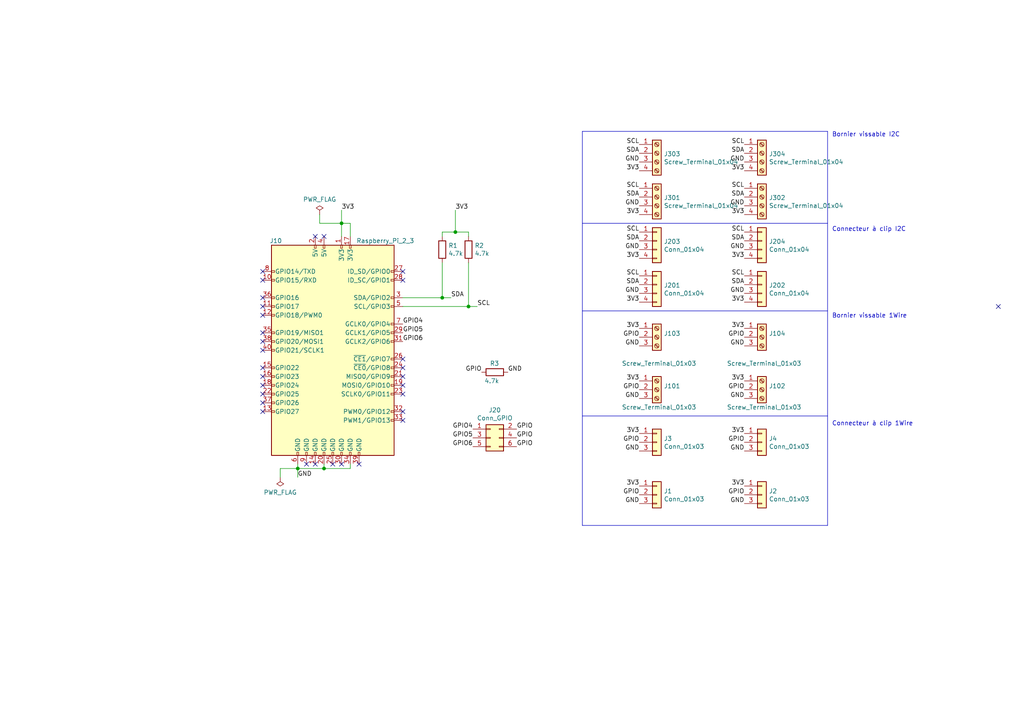
<source format=kicad_sch>
(kicad_sch (version 20230121) (generator eeschema)
  (paper "A4")
  (title_block (title "PCB carte  OneWire IC2 ") (date "2023-12-11") (company "Cégep de Sherbrooke") (comment 1 "Auteur : Antoine Crête") (comment 2 "Tente CRIFA") (comment 3 "Réutilisation de la même carte pour nouveau Projet"))
  (lib_symbols
    (symbol "Connector:Raspberry_Pi_2_3" (pin_names (offset 1.016))
      (property "Reference" "J" (at -17.78 31.75 0))
      (property "Value" "Raspberry_Pi_2_3" (at 10.16 -31.75 0))
      (symbol "Raspberry_Pi_2_3_0_1"
        (rectangle (start -17.78 30.48) (end 17.78 -30.48) (stroke (width 0.254)) (fill (type background)))
      )
      (symbol "Raspberry_Pi_2_3_1_1"
        (rectangle (start -16.891 -17.526) (end -17.78 -18.034))
        (rectangle (start -16.891 -14.986) (end -17.78 -15.494))
        (rectangle (start -16.891 -12.446) (end -17.78 -12.954))
        (rectangle (start -16.891 -9.906) (end -17.78 -10.414))
        (rectangle (start -16.891 -7.366) (end -17.78 -7.874))
        (rectangle (start -16.891 -4.826) (end -17.78 -5.334))
        (rectangle (start -16.891 0.254) (end -17.78 -0.254))
        (rectangle (start -16.891 2.794) (end -17.78 2.286))
        (rectangle (start -16.891 5.334) (end -17.78 4.826))
        (rectangle (start -16.891 10.414) (end -17.78 9.906))
        (rectangle (start -16.891 12.954) (end -17.78 12.446))
        (rectangle (start -16.891 15.494) (end -17.78 14.986))
        (rectangle (start -16.891 20.574) (end -17.78 20.066))
        (rectangle (start -16.891 23.114) (end -17.78 22.606))
        (rectangle (start -10.414 -29.591) (end -9.906 -30.48))
        (rectangle (start -7.874 -29.591) (end -7.366 -30.48))
        (rectangle (start -5.334 -29.591) (end -4.826 -30.48))
        (rectangle (start -5.334 30.48) (end -4.826 29.591))
        (rectangle (start -2.794 -29.591) (end -2.286 -30.48))
        (rectangle (start -2.794 30.48) (end -2.286 29.591))
        (rectangle (start -0.254 -29.591) (end 0.254 -30.48))
        (rectangle (start 2.286 -29.591) (end 2.794 -30.48))
        (rectangle (start 2.286 30.48) (end 2.794 29.591))
        (rectangle (start 4.826 -29.591) (end 5.334 -30.48))
        (rectangle (start 4.826 30.48) (end 5.334 29.591))
        (rectangle (start 7.366 -29.591) (end 7.874 -30.48))
        (rectangle (start 17.78 -20.066) (end 16.891 -20.574))
        (rectangle (start 17.78 -17.526) (end 16.891 -18.034))
        (rectangle (start 17.78 -12.446) (end 16.891 -12.954))
        (rectangle (start 17.78 -9.906) (end 16.891 -10.414))
        (rectangle (start 17.78 -7.366) (end 16.891 -7.874))
        (rectangle (start 17.78 -4.826) (end 16.891 -5.334))
        (rectangle (start 17.78 -2.286) (end 16.891 -2.794))
        (rectangle (start 17.78 2.794) (end 16.891 2.286))
        (rectangle (start 17.78 5.334) (end 16.891 4.826))
        (rectangle (start 17.78 7.874) (end 16.891 7.366))
        (rectangle (start 17.78 12.954) (end 16.891 12.446))
        (rectangle (start 17.78 15.494) (end 16.891 14.986))
        (rectangle (start 17.78 20.574) (end 16.891 20.066))
        (rectangle (start 17.78 23.114) (end 16.891 22.606))
        (pin power_in line (at 2.54 33.02 270) (length 2.54) (name "3V3") (number "1"))
        (pin bidirectional line (at -20.32 20.32 0) (length 2.54) (name "GPIO15/RXD") (number "10"))
        (pin bidirectional line (at -20.32 12.7 0) (length 2.54) (name "GPIO17") (number "11"))
        (pin bidirectional line (at -20.32 10.16 0) (length 2.54) (name "GPIO18/PWM0") (number "12"))
        (pin bidirectional line (at -20.32 -17.78 0) (length 2.54) (name "GPIO27") (number "13"))
        (pin power_in line (at -5.08 -33.02 90) (length 2.54) (name "GND") (number "14"))
        (pin bidirectional line (at -20.32 -5.08 0) (length 2.54) (name "GPIO22") (number "15"))
        (pin bidirectional line (at -20.32 -7.62 0) (length 2.54) (name "GPIO23") (number "16"))
        (pin power_in line (at 5.08 33.02 270) (length 2.54) (name "3V3") (number "17"))
        (pin bidirectional line (at -20.32 -10.16 0) (length 2.54) (name "GPIO24") (number "18"))
        (pin bidirectional line (at 20.32 -10.16 180) (length 2.54) (name "MOSI0/GPIO10") (number "19"))
        (pin power_in line (at -5.08 33.02 270) (length 2.54) (name "5V") (number "2"))
        (pin power_in line (at -2.54 -33.02 90) (length 2.54) (name "GND") (number "20"))
        (pin bidirectional line (at 20.32 -7.62 180) (length 2.54) (name "MISO0/GPIO9") (number "21"))
        (pin bidirectional line (at -20.32 -12.7 0) (length 2.54) (name "GPIO25") (number "22"))
        (pin bidirectional line (at 20.32 -12.7 180) (length 2.54) (name "SCLK0/GPIO11") (number "23"))
        (pin bidirectional line (at 20.32 -5.08 180) (length 2.54) (name "~{CE0}/GPIO8") (number "24"))
        (pin power_in line (at 0 -33.02 90) (length 2.54) (name "GND") (number "25"))
        (pin bidirectional line (at 20.32 -2.54 180) (length 2.54) (name "~{CE1}/GPIO7") (number "26"))
        (pin bidirectional line (at 20.32 22.86 180) (length 2.54) (name "ID_SD/GPIO0") (number "27"))
        (pin bidirectional line (at 20.32 20.32 180) (length 2.54) (name "ID_SC/GPIO1") (number "28"))
        (pin bidirectional line (at 20.32 5.08 180) (length 2.54) (name "GCLK1/GPIO5") (number "29"))
        (pin bidirectional line (at 20.32 15.24 180) (length 2.54) (name "SDA/GPIO2") (number "3"))
        (pin power_in line (at 2.54 -33.02 90) (length 2.54) (name "GND") (number "30"))
        (pin bidirectional line (at 20.32 2.54 180) (length 2.54) (name "GCLK2/GPIO6") (number "31"))
        (pin bidirectional line (at 20.32 -17.78 180) (length 2.54) (name "PWM0/GPIO12") (number "32"))
        (pin bidirectional line (at 20.32 -20.32 180) (length 2.54) (name "PWM1/GPIO13") (number "33"))
        (pin power_in line (at 5.08 -33.02 90) (length 2.54) (name "GND") (number "34"))
        (pin bidirectional line (at -20.32 5.08 0) (length 2.54) (name "GPIO19/MISO1") (number "35"))
        (pin bidirectional line (at -20.32 15.24 0) (length 2.54) (name "GPIO16") (number "36"))
        (pin bidirectional line (at -20.32 -15.24 0) (length 2.54) (name "GPIO26") (number "37"))
        (pin bidirectional line (at -20.32 2.54 0) (length 2.54) (name "GPIO20/MOSI1") (number "38"))
        (pin power_in line (at 7.62 -33.02 90) (length 2.54) (name "GND") (number "39"))
        (pin power_in line (at -2.54 33.02 270) (length 2.54) (name "5V") (number "4"))
        (pin bidirectional line (at -20.32 0 0) (length 2.54) (name "GPIO21/SCLK1") (number "40"))
        (pin bidirectional line (at 20.32 12.7 180) (length 2.54) (name "SCL/GPIO3") (number "5"))
        (pin power_in line (at -10.16 -33.02 90) (length 2.54) (name "GND") (number "6"))
        (pin bidirectional line (at 20.32 7.62 180) (length 2.54) (name "GCLK0/GPIO4") (number "7"))
        (pin bidirectional line (at -20.32 22.86 0) (length 2.54) (name "GPIO14/TXD") (number "8"))
        (pin power_in line (at -7.62 -33.02 90) (length 2.54) (name "GND") (number "9"))
      )
    )
    (symbol "Connector:Screw_Terminal_01x03" (pin_names (offset 1.016) hide)
      (property "Reference" "J" (at 0 5.08 0))
      (property "Value" "Screw_Terminal_01x03" (at 0 -5.08 0))
      (symbol "Screw_Terminal_01x03_1_1"
        (rectangle (start -1.27 3.81) (end 1.27 -3.81) (stroke (width 0.254)) (fill (type background)))
        (circle (center 0 -2.54) (radius 0.635) (stroke (width 0.1524)))
        (polyline (pts (xy -0.5334 -2.2098) (xy 0.3302 -3.048)) (stroke (width 0.1524)))
        (polyline (pts (xy -0.5334 0.3302) (xy 0.3302 -0.508)) (stroke (width 0.1524)))
        (polyline (pts (xy -0.5334 2.8702) (xy 0.3302 2.032)) (stroke (width 0.1524)))
        (polyline (pts (xy -0.3556 -2.032) (xy 0.508 -2.8702)) (stroke (width 0.1524)))
        (polyline (pts (xy -0.3556 0.508) (xy 0.508 -0.3302)) (stroke (width 0.1524)))
        (polyline (pts (xy -0.3556 3.048) (xy 0.508 2.2098)) (stroke (width 0.1524)))
        (circle (center 0 0) (radius 0.635) (stroke (width 0.1524)))
        (circle (center 0 2.54) (radius 0.635) (stroke (width 0.1524)))
        (pin passive line (at -5.08 2.54 0) (length 3.81) (name "Pin_1") (number "1"))
        (pin passive line (at -5.08 0 0) (length 3.81) (name "Pin_2") (number "2"))
        (pin passive line (at -5.08 -2.54 0) (length 3.81) (name "Pin_3") (number "3"))
      )
    )
    (symbol "Connector:Screw_Terminal_01x04" (pin_names (offset 1.016) hide)
      (property "Reference" "J" (at 0 5.08 0))
      (property "Value" "Screw_Terminal_01x04" (at 0 -7.62 0))
      (symbol "Screw_Terminal_01x04_1_1"
        (rectangle (start -1.27 3.81) (end 1.27 -6.35) (stroke (width 0.254)) (fill (type background)))
        (circle (center 0 -5.08) (radius 0.635) (stroke (width 0.1524)))
        (circle (center 0 -2.54) (radius 0.635) (stroke (width 0.1524)))
        (polyline (pts (xy -0.5334 -4.7498) (xy 0.3302 -5.588)) (stroke (width 0.1524)))
        (polyline (pts (xy -0.5334 -2.2098) (xy 0.3302 -3.048)) (stroke (width 0.1524)))
        (polyline (pts (xy -0.5334 0.3302) (xy 0.3302 -0.508)) (stroke (width 0.1524)))
        (polyline (pts (xy -0.5334 2.8702) (xy 0.3302 2.032)) (stroke (width 0.1524)))
        (polyline (pts (xy -0.3556 -4.572) (xy 0.508 -5.4102)) (stroke (width 0.1524)))
        (polyline (pts (xy -0.3556 -2.032) (xy 0.508 -2.8702)) (stroke (width 0.1524)))
        (polyline (pts (xy -0.3556 0.508) (xy 0.508 -0.3302)) (stroke (width 0.1524)))
        (polyline (pts (xy -0.3556 3.048) (xy 0.508 2.2098)) (stroke (width 0.1524)))
        (circle (center 0 0) (radius 0.635) (stroke (width 0.1524)))
        (circle (center 0 2.54) (radius 0.635) (stroke (width 0.1524)))
        (pin passive line (at -5.08 2.54 0) (length 3.81) (name "Pin_1") (number "1"))
        (pin passive line (at -5.08 0 0) (length 3.81) (name "Pin_2") (number "2"))
        (pin passive line (at -5.08 -2.54 0) (length 3.81) (name "Pin_3") (number "3"))
        (pin passive line (at -5.08 -5.08 0) (length 3.81) (name "Pin_4") (number "4"))
      )
    )
    (symbol "Connector_Generic:Conn_01x03" (pin_names (offset 1.016) hide)
      (property "Reference" "J" (at 0 5.08 0))
      (property "Value" "Conn_01x03" (at 0 -5.08 0))
      (symbol "Conn_01x03_1_1"
        (rectangle (start -1.27 -2.413) (end 0 -2.667) (stroke (width 0.1524)))
        (rectangle (start -1.27 0.127) (end 0 -0.127) (stroke (width 0.1524)))
        (rectangle (start -1.27 2.667) (end 0 2.413) (stroke (width 0.1524)))
        (rectangle (start -1.27 3.81) (end 1.27 -3.81) (stroke (width 0.254)) (fill (type background)))
        (pin passive line (at -5.08 2.54 0) (length 3.81) (name "Pin_1") (number "1"))
        (pin passive line (at -5.08 0 0) (length 3.81) (name "Pin_2") (number "2"))
        (pin passive line (at -5.08 -2.54 0) (length 3.81) (name "Pin_3") (number "3"))
      )
    )
    (symbol "Connector_Generic:Conn_01x04" (pin_names (offset 1.016) hide)
      (property "Reference" "J" (at 0 5.08 0))
      (property "Value" "Conn_01x04" (at 0 -7.62 0))
      (symbol "Conn_01x04_1_1"
        (rectangle (start -1.27 -4.953) (end 0 -5.207) (stroke (width 0.1524)))
        (rectangle (start -1.27 -2.413) (end 0 -2.667) (stroke (width 0.1524)))
        (rectangle (start -1.27 0.127) (end 0 -0.127) (stroke (width 0.1524)))
        (rectangle (start -1.27 2.667) (end 0 2.413) (stroke (width 0.1524)))
        (rectangle (start -1.27 3.81) (end 1.27 -6.35) (stroke (width 0.254)) (fill (type background)))
        (pin passive line (at -5.08 2.54 0) (length 3.81) (name "Pin_1") (number "1"))
        (pin passive line (at -5.08 0 0) (length 3.81) (name "Pin_2") (number "2"))
        (pin passive line (at -5.08 -2.54 0) (length 3.81) (name "Pin_3") (number "3"))
        (pin passive line (at -5.08 -5.08 0) (length 3.81) (name "Pin_4") (number "4"))
      )
    )
    (symbol "Connector_Generic:Conn_02x03_Odd_Even" (pin_names (offset 1.016) hide)
      (property "Reference" "J" (at 1.27 5.08 0))
      (property "Value" "Conn_02x03_Odd_Even" (at 1.27 -5.08 0))
      (symbol "Conn_02x03_Odd_Even_1_1"
        (rectangle (start -1.27 -2.413) (end 0 -2.667) (stroke (width 0.1524)))
        (rectangle (start -1.27 0.127) (end 0 -0.127) (stroke (width 0.1524)))
        (rectangle (start -1.27 2.667) (end 0 2.413) (stroke (width 0.1524)))
        (rectangle (start -1.27 3.81) (end 3.81 -3.81) (stroke (width 0.254)) (fill (type background)))
        (rectangle (start 3.81 -2.413) (end 2.54 -2.667) (stroke (width 0.1524)))
        (rectangle (start 3.81 0.127) (end 2.54 -0.127) (stroke (width 0.1524)))
        (rectangle (start 3.81 2.667) (end 2.54 2.413) (stroke (width 0.1524)))
        (pin passive line (at -5.08 2.54 0) (length 3.81) (name "Pin_1") (number "1"))
        (pin passive line (at 7.62 2.54 180) (length 3.81) (name "Pin_2") (number "2"))
        (pin passive line (at -5.08 0 0) (length 3.81) (name "Pin_3") (number "3"))
        (pin passive line (at 7.62 0 180) (length 3.81) (name "Pin_4") (number "4"))
        (pin passive line (at -5.08 -2.54 0) (length 3.81) (name "Pin_5") (number "5"))
        (pin passive line (at 7.62 -2.54 180) (length 3.81) (name "Pin_6") (number "6"))
      )
    )
    (symbol "Device:R" (pin_numbers hide) (pin_names (offset 0))
      (property "Reference" "R" (at 2.032 0 90))
      (property "Value" "R" (at 0 0 90))
      (symbol "R_0_1"
        (rectangle (start -1.016 -2.54) (end 1.016 2.54) (stroke (width 0.254)))
      )
      (symbol "R_1_1"
        (pin passive line (at 0 3.81 270) (length 1.27) (name "~") (number "1"))
        (pin passive line (at 0 -3.81 90) (length 1.27) (name "~") (number "2"))
      )
    )
    (symbol "power:PWR_FLAG" (power) (pin_numbers hide) (pin_names (offset 0) hide)
      (property "Value" "PWR_FLAG" (at 0 3.81 0))
      (symbol "PWR_FLAG_0_0"
        (pin power_out line (at 0 0 90) (length 0) (name "pwr") (number "1"))
      )
      (symbol "PWR_FLAG_0_1"
        (polyline (pts (xy 0 0) (xy 0 1.27) (xy -1.016 1.905) (xy 0 2.54) (xy 1.016 1.905) (xy 0 1.27)))
      )
    )
  )
  (junction (at 86.36 135.89))
  (junction (at 128.27 86.36))
  (junction (at 135.89 88.9))
  (junction (at 99.06 64.77))
  (junction (at 93.98 135.89))
  (junction (at 132.08 67.31))
  (no_connect (at 116.84 121.92))
  (no_connect (at 116.84 106.68))
  (no_connect (at 76.2 88.9))
  (no_connect (at 91.44 68.58))
  (no_connect (at 76.2 81.28))
  (no_connect (at 76.2 99.06))
  (no_connect (at 93.98 68.58))
  (no_connect (at 76.2 86.36))
  (no_connect (at 76.2 119.38))
  (no_connect (at 76.2 111.76))
  (no_connect (at 116.84 119.38))
  (no_connect (at 76.2 101.6))
  (no_connect (at 76.2 91.44))
  (no_connect (at 116.84 109.22))
  (no_connect (at 91.44 134.62))
  (no_connect (at 96.52 134.62))
  (no_connect (at 289.56 88.9))
  (no_connect (at 76.2 78.74))
  (no_connect (at 88.9 134.62))
  (no_connect (at 116.84 78.74))
  (no_connect (at 76.2 96.52))
  (no_connect (at 116.84 81.28))
  (no_connect (at 99.06 134.62))
  (no_connect (at 116.84 114.3))
  (no_connect (at 116.84 104.14))
  (no_connect (at 76.2 109.22))
  (no_connect (at 76.2 116.84))
  (no_connect (at 76.2 114.3))
  (no_connect (at 76.2 106.68))
  (no_connect (at 104.14 134.62))
  (no_connect (at 116.84 111.76))
  (polyline (pts (xy 168.91 64.77) (xy 240.03 64.77)))
  (wire (pts (xy 92.71 64.77) (xy 99.06 64.77)))
  (wire (pts (xy 99.06 68.58) (xy 99.06 64.77)))
  (wire (pts (xy 86.36 134.62) (xy 86.36 135.89)))
  (wire (pts (xy 135.89 88.9) (xy 138.43 88.9)))
  (wire (pts (xy 128.27 86.36) (xy 130.81 86.36)))
  (wire (pts (xy 81.28 138.43) (xy 81.28 135.89)))
  (wire (pts (xy 93.98 135.89) (xy 101.6 135.89)))
  (wire (pts (xy 116.84 88.9) (xy 135.89 88.9)))
  (wire (pts (xy 92.71 62.23) (xy 92.71 64.77)))
  (polyline (pts (xy 240.03 38.1) (xy 240.03 152.4)))
  (wire (pts (xy 93.98 135.89) (xy 93.98 134.62)))
  (wire (pts (xy 116.84 86.36) (xy 128.27 86.36)))
  (wire (pts (xy 128.27 86.36) (xy 128.27 76.2)))
  (wire (pts (xy 86.36 135.89) (xy 86.36 138.43)))
  (wire (pts (xy 101.6 135.89) (xy 101.6 134.62)))
  (wire (pts (xy 101.6 68.58) (xy 101.6 64.77)))
  (wire (pts (xy 135.89 67.31) (xy 132.08 67.31)))
  (wire (pts (xy 128.27 68.58) (xy 128.27 67.31)))
  (wire (pts (xy 101.6 64.77) (xy 99.06 64.77)))
  (wire (pts (xy 132.08 67.31) (xy 132.08 60.96)))
  (polyline (pts (xy 168.91 152.4) (xy 168.91 38.1)))
  (wire (pts (xy 128.27 67.31) (xy 132.08 67.31)))
  (polyline (pts (xy 168.91 90.17) (xy 240.03 90.17)))
  (wire (pts (xy 99.06 60.96) (xy 99.06 64.77)))
  (wire (pts (xy 86.36 135.89) (xy 93.98 135.89)))
  (polyline (pts (xy 168.91 38.1) (xy 240.03 38.1)))
  (wire (pts (xy 135.89 88.9) (xy 135.89 76.2)))
  (wire (pts (xy 135.89 68.58) (xy 135.89 67.31)))
  (wire (pts (xy 81.28 135.89) (xy 86.36 135.89)))
  (polyline (pts (xy 168.91 152.4) (xy 240.03 152.4)))
  (polyline (pts (xy 168.91 120.65) (xy 240.03 120.65)))
  (text "Bornier vissable 1Wire\n\n\n" (at 241.3 96.52 0) (effects (font (size 1.27 1.27)) (justify left bottom)))
  (text "Connecteur à clip 1Wire\n\n" (at 241.3 125.73 0) (effects (font (size 1.27 1.27)) (justify left bottom)))
  (text "Bornier vissable I2C\n\n" (at 241.3 41.91 0) (effects (font (size 1.27 1.27)) (justify left bottom)))
  (text "Connecteur à clip I2C\n" (at 241.3 67.31 0) (effects (font (size 1.27 1.27)) (justify left bottom)))
  (label "GPIO4" (at 137.16 124.46 180))
  (label "GPIO" (at 185.42 97.79 180))
  (label "3V3" (at 215.9 95.25 180))
  (label "SCL" (at 215.9 80.01 180))
  (label "SCL" (at 215.9 67.31 180))
  (label "SDA" (at 185.42 57.15 180))
  (label "3V3" (at 215.9 74.93 180))
  (label "SDA" (at 215.9 57.15 180))
  (label "SCL" (at 215.9 41.91 180))
  (label "SCL" (at 185.42 80.01 180))
  (label "3V3" (at 185.42 87.63 180))
  (label "SCL" (at 215.9 54.61 180))
  (label "GND" (at 185.42 146.05 180))
  (label "SCL" (at 185.42 41.91 180))
  (label "GPIO" (at 185.42 143.51 180))
  (label "GPIO5" (at 116.84 96.52 0))
  (label "3V3" (at 215.9 49.53 180))
  (label "GPIO4" (at 116.84 93.98 0))
  (label "GND" (at 215.9 72.39 180))
  (label "GPIO5" (at 137.16 127 180))
  (label "SCL" (at 185.42 54.61 180))
  (label "GND" (at 215.9 46.99 180))
  (label "GND" (at 185.42 72.39 180))
  (label "GND" (at 185.42 115.57 180))
  (label "SDA" (at 185.42 69.85 180))
  (label "GPIO" (at 215.9 128.27 180))
  (label "SDA" (at 185.42 44.45 180))
  (label "SDA" (at 215.9 82.55 180))
  (label "3V3" (at 185.42 110.49 180))
  (label "3V3" (at 215.9 125.73 180))
  (label "GPIO" (at 215.9 113.03 180))
  (label "3V3" (at 185.42 74.93 180))
  (label "GPIO" (at 185.42 128.27 180))
  (label "3V3" (at 185.42 62.23 180))
  (label "GPIO" (at 215.9 97.79 180))
  (label "GPIO" (at 185.42 113.03 180))
  (label "GND" (at 215.9 59.69 180))
  (label "GND" (at 215.9 85.09 180))
  (label "SCL" (at 138.43 88.9 0))
  (label "GND" (at 185.42 46.99 180))
  (label "GND" (at 147.32 107.95 0))
  (label "GND" (at 185.42 85.09 180))
  (label "GPIO6" (at 137.16 129.54 180))
  (label "GPIO" (at 139.7 107.95 180))
  (label "3V3" (at 185.42 140.97 180))
  (label "SDA" (at 185.42 82.55 180))
  (label "GPIO" (at 149.86 129.54 0))
  (label "GPIO" (at 149.86 127 0))
  (label "3V3" (at 185.42 125.73 180))
  (label "GND" (at 86.36 138.43 0))
  (label "3V3" (at 132.08 60.96 0))
  (label "GND" (at 215.9 115.57 180))
  (label "SDA" (at 215.9 44.45 180))
  (label "3V3" (at 185.42 95.25 180))
  (label "3V3" (at 215.9 62.23 180))
  (label "GND" (at 215.9 100.33 180))
  (label "SDA" (at 130.81 86.36 0))
  (label "3V3" (at 215.9 110.49 180))
  (label "GND" (at 215.9 146.05 180))
  (label "3V3" (at 215.9 140.97 180))
  (label "GPIO6" (at 116.84 99.06 0))
  (label "GND" (at 185.42 59.69 180))
  (label "GPIO" (at 215.9 143.51 180))
  (label "GND" (at 185.42 100.33 180))
  (label "GND" (at 185.42 130.81 180))
  (label "SCL" (at 185.42 67.31 180))
  (label "GPIO" (at 149.86 124.46 0))
  (label "GND" (at 215.9 130.81 180))
  (label "3V3" (at 215.9 87.63 180))
  (label "SDA" (at 215.9 69.85 180))
  (label "3V3" (at 99.06 60.96 0))
  (label "3V3" (at 185.42 49.53 180))
  (symbol (lib_id "Connector_Generic:Conn_02x03_Odd_Even") (at 142.24 127 0) (unit 1)
    (property "Reference" "J20" (at 143.51 118.9482 0))
    (property "Value" "Conn_GPIO" (at 143.51 121.2596 0))
    (property "Footprint" "Connector_PinHeader_2.54mm:PinHeader_2x03_P2.54mm_Vertical" (effects hide))
  )
  (symbol (lib_id "Connector:Raspberry_Pi_2_3") (at 96.52 101.6 0) (unit 1)
    (property "Reference" "J10" (at 80.01 69.85 0))
    (property "Value" "Raspberry_Pi_2_3" (at 111.76 69.85 0))
    (property "Footprint" "Connector_PinHeader_2.54mm:PinHeader_2x20_P2.54mm_Vertical" (effects hide))
    (property "Datasheet" "https://www.raspberrypi.org/documentation/hardware/raspberrypi/schematics/rpi_SCH_3bplus_1p0_reduced.pdf" (effects hide))
  )
  (symbol (lib_id "Device:R") (at 128.27 72.39 0) (unit 1)
    (property "Reference" "R1" (at 130.048 71.2216 0) (effects (justify left)))
    (property "Value" "4.7k" (at 130.048 73.533 0) (effects (justify left)))
    (property "Footprint" "Resistor_SMD:R_0805_2012Metric_Pad1.20x1.40mm_HandSolder" (effects hide))
  )
  (symbol (lib_id "Device:R") (at 135.89 72.39 0) (unit 1)
    (property "Reference" "R2" (at 137.668 71.2216 0) (effects (justify left)))
    (property "Value" "4.7k" (at 137.668 73.533 0) (effects (justify left)))
    (property "Footprint" "Resistor_SMD:R_0805_2012Metric_Pad1.20x1.40mm_HandSolder" (effects hide))
  )
  (symbol (lib_id "Device:R") (at 143.51 107.95 90) (unit 1)
    (property "Reference" "R3" (at 144.78 105.41 90) (effects (justify left)))
    (property "Value" "4.7k" (at 144.78 110.49 90) (effects (justify left)))
    (property "Footprint" "Resistor_SMD:R_0805_2012Metric_Pad1.20x1.40mm_HandSolder" (effects hide))
  )
  (symbol (lib_id "power:PWR_FLAG") (at 92.71 62.23 0) (unit 1)
    (property "Reference" "#FLG0101" (effects hide))
    (property "Value" "PWR_FLAG" (at 92.71 57.8358 0))
  )
  (symbol (lib_id "power:PWR_FLAG") (at 81.28 138.43 180) (unit 1)
    (property "Reference" "#FLG0102" (effects hide))
    (property "Value" "PWR_FLAG" (at 81.28 142.8242 0))
  )
  (symbol (lib_id "Connector_Generic:Conn_01x04") (at 190.5 82.55 0) (unit 1)
    (property "Reference" "J201" (at 192.532 82.7532 0) (effects (justify left)))
    (property "Value" "Conn_01x04" (at 192.532 85.0646 0) (effects (justify left)))
    (property "Footprint" "Connector_PinHeader_2.54mm:PinHeader_1x04_P2.54mm_Vertical" (effects hide))
  )
  (symbol (lib_id "Connector_Generic:Conn_01x04") (at 190.5 69.85 0) (unit 1)
    (property "Reference" "J203" (at 192.532 70.0532 0) (effects (justify left)))
    (property "Value" "Conn_01x04" (at 192.532 72.3646 0) (effects (justify left)))
    (property "Footprint" "Connector_PinHeader_2.54mm:PinHeader_1x04_P2.54mm_Vertical" (effects hide))
  )
  (symbol (lib_id "Connector_Generic:Conn_01x04") (at 220.98 82.55 0) (unit 1)
    (property "Reference" "J202" (at 223.012 82.7532 0) (effects (justify left)))
    (property "Value" "Conn_01x04" (at 223.012 85.0646 0) (effects (justify left)))
    (property "Footprint" "Connector_PinHeader_2.54mm:PinHeader_1x04_P2.54mm_Vertical" (effects hide))
  )
  (symbol (lib_id "Connector_Generic:Conn_01x04") (at 220.98 69.85 0) (unit 1)
    (property "Reference" "J204" (at 223.012 70.0532 0) (effects (justify left)))
    (property "Value" "Conn_01x04" (at 223.012 72.3646 0) (effects (justify left)))
    (property "Footprint" "Connector_PinHeader_2.54mm:PinHeader_1x04_P2.54mm_Vertical" (effects hide))
  )
  (symbol (lib_id "Connector:Screw_Terminal_01x03") (at 190.5 97.79 0) (unit 1)
    (property "Reference" "J103" (at 192.532 96.7232 0) (effects (justify left)))
    (property "Value" "Screw_Terminal_01x03" (at 180.34 105.41 0) (effects (justify left)))
    (property "Footprint" "TerminalBlock:TerminalBlock_bornier-3_P5.08mm" (effects hide))
  )
  (symbol (lib_id "Connector:Screw_Terminal_01x04") (at 190.5 44.45 0) (unit 1)
    (property "Reference" "J303" (at 192.532 44.6532 0) (effects (justify left)))
    (property "Value" "Screw_Terminal_01x04" (at 192.532 46.9646 0) (effects (justify left)))
    (property "Footprint" "TerminalBlock:TerminalBlock_bornier-4_P5.08mm" (effects hide))
  )
  (symbol (lib_id "Connector:Screw_Terminal_01x04") (at 190.5 57.15 0) (unit 1)
    (property "Reference" "J301" (at 192.532 57.3532 0) (effects (justify left)))
    (property "Value" "Screw_Terminal_01x04" (at 192.532 59.6646 0) (effects (justify left)))
    (property "Footprint" "TerminalBlock:TerminalBlock_bornier-4_P5.08mm" (effects hide))
  )
  (symbol (lib_id "Connector:Screw_Terminal_01x04") (at 220.98 57.15 0) (unit 1)
    (property "Reference" "J302" (at 223.012 57.3532 0) (effects (justify left)))
    (property "Value" "Screw_Terminal_01x04" (at 223.012 59.6646 0) (effects (justify left)))
    (property "Footprint" "TerminalBlock:TerminalBlock_bornier-4_P5.08mm" (effects hide))
  )
  (symbol (lib_id "Connector:Screw_Terminal_01x04") (at 220.98 44.45 0) (unit 1)
    (property "Reference" "J304" (at 223.012 44.6532 0) (effects (justify left)))
    (property "Value" "Screw_Terminal_01x04" (at 223.012 46.9646 0) (effects (justify left)))
    (property "Footprint" "TerminalBlock:TerminalBlock_bornier-4_P5.08mm" (effects hide))
  )
  (symbol (lib_id "Connector:Screw_Terminal_01x03") (at 220.98 97.79 0) (unit 1)
    (property "Reference" "J104" (at 223.012 96.7232 0) (effects (justify left)))
    (property "Value" "Screw_Terminal_01x03" (at 210.82 105.41 0) (effects (justify left)))
    (property "Footprint" "TerminalBlock:TerminalBlock_bornier-3_P5.08mm" (effects hide))
  )
  (symbol (lib_id "Connector:Screw_Terminal_01x03") (at 190.5 113.03 0) (unit 1)
    (property "Reference" "J101" (at 192.532 111.9632 0) (effects (justify left)))
    (property "Value" "Screw_Terminal_01x03" (at 180.34 118.11 0) (effects (justify left)))
    (property "Footprint" "TerminalBlock:TerminalBlock_bornier-3_P5.08mm" (effects hide))
  )
  (symbol (lib_id "Connector:Screw_Terminal_01x03") (at 220.98 113.03 0) (unit 1)
    (property "Reference" "J102" (at 223.012 111.9632 0) (effects (justify left)))
    (property "Value" "Screw_Terminal_01x03" (at 210.82 118.11 0) (effects (justify left)))
    (property "Footprint" "TerminalBlock:TerminalBlock_bornier-3_P5.08mm" (effects hide))
  )
  (symbol (lib_id "Connector_Generic:Conn_01x03") (at 190.5 128.27 0) (unit 1)
    (property "Reference" "J3" (at 192.532 127.2032 0) (effects (justify left)))
    (property "Value" "Conn_01x03" (at 192.532 129.5146 0) (effects (justify left)))
    (property "Footprint" "Connector_PinHeader_2.54mm:PinHeader_1x03_P2.54mm_Vertical" (effects hide))
  )
  (symbol (lib_id "Connector_Generic:Conn_01x03") (at 190.5 143.51 0) (unit 1)
    (property "Reference" "J1" (at 192.532 142.4432 0) (effects (justify left)))
    (property "Value" "Conn_01x03" (at 192.532 144.7546 0) (effects (justify left)))
    (property "Footprint" "Connector_PinHeader_2.54mm:PinHeader_1x03_P2.54mm_Vertical" (effects hide))
  )
  (symbol (lib_id "Connector_Generic:Conn_01x03") (at 220.98 143.51 0) (unit 1)
    (property "Reference" "J2" (at 223.012 142.4432 0) (effects (justify left)))
    (property "Value" "Conn_01x03" (at 223.012 144.7546 0) (effects (justify left)))
    (property "Footprint" "Connector_PinHeader_2.54mm:PinHeader_1x03_P2.54mm_Vertical" (effects hide))
  )
  (symbol (lib_id "Connector_Generic:Conn_01x03") (at 220.98 128.27 0) (unit 1)
    (property "Reference" "J4" (at 223.012 127.2032 0) (effects (justify left)))
    (property "Value" "Conn_01x03" (at 223.012 129.5146 0) (effects (justify left)))
    (property "Footprint" "Connector_PinHeader_2.54mm:PinHeader_1x03_P2.54mm_Vertical" (effects hide))
  )
)
</source>
